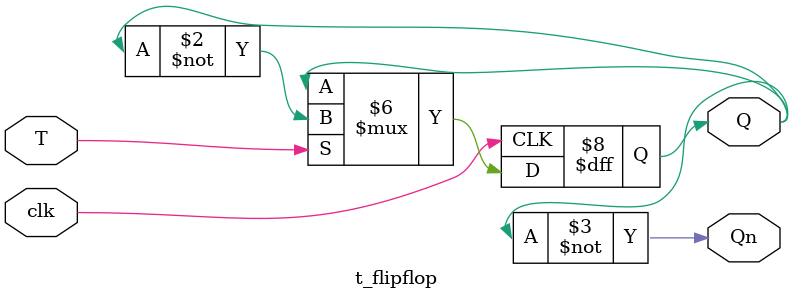
<source format=v>
module t_flipflop(
    input T,
    input clk,
    output reg Q,
    output Qn
);
    initial begin
        Q <= 0;
    end
    
    always @(posedge clk) begin
        if (T)
            Q <= ~Q;
        else
            Q <= Q;
    end
    
    assign Qn = ~Q;
endmodule

</source>
